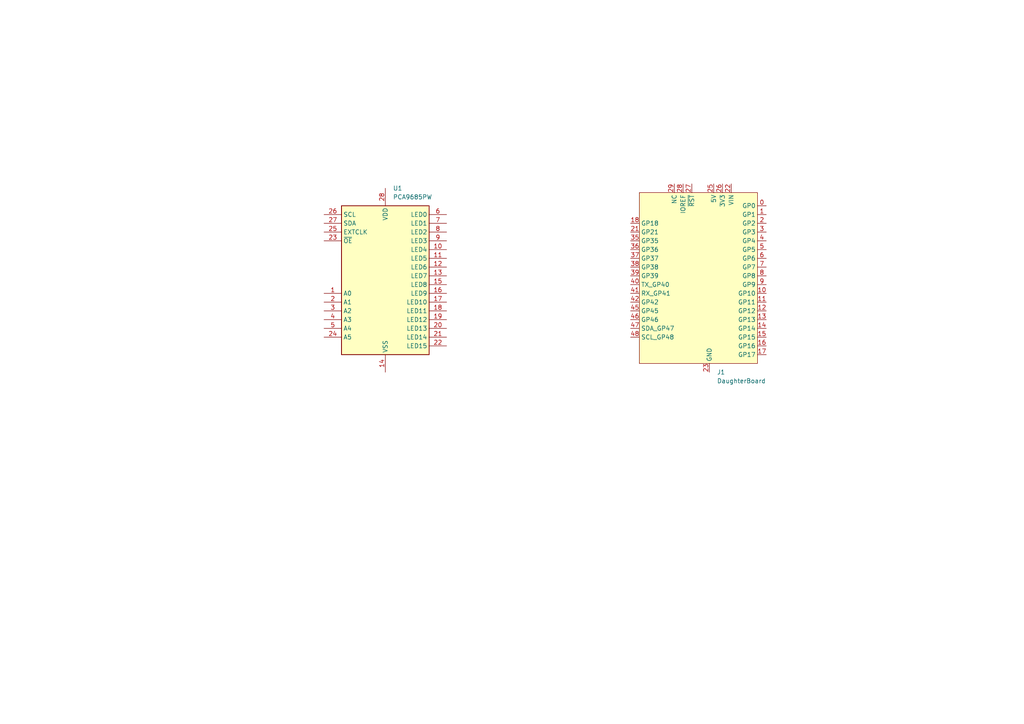
<source format=kicad_sch>
(kicad_sch (version 20231120) (generator "eeschema") (generator_version "8.0")
  (paper "A4")
  (lib_symbols
    (symbol "Driver_LED:PCA9685PW"
      (property "Reference" "U" (at -12.7 22.225 0))
      (property "Value" "PCA9685PW" (at 1.27 22.225 0))
      (symbol "PCA9685PW_0_1"
        (rectangle (start -12.7 20.32) (end 12.7 -22.86) (stroke (width 0.254)) (fill (type background)))
      )
      (symbol "PCA9685PW_1_1"
        (pin input line (at -17.78 -5.08 0) (length 5.08) (name "A0") (number "1"))
        (pin output line (at 17.78 7.62 180) (length 5.08) (name "LED4") (number "10"))
        (pin output line (at 17.78 5.08 180) (length 5.08) (name "LED5") (number "11"))
        (pin output line (at 17.78 2.54 180) (length 5.08) (name "LED6") (number "12"))
        (pin output line (at 17.78 0 180) (length 5.08) (name "LED7") (number "13"))
        (pin power_in line (at 0 -27.94 90) (length 5.08) (name "VSS") (number "14"))
        (pin output line (at 17.78 -2.54 180) (length 5.08) (name "LED8") (number "15"))
        (pin output line (at 17.78 -5.08 180) (length 5.08) (name "LED9") (number "16"))
        (pin output line (at 17.78 -7.62 180) (length 5.08) (name "LED10") (number "17"))
        (pin output line (at 17.78 -10.16 180) (length 5.08) (name "LED11") (number "18"))
        (pin output line (at 17.78 -12.7 180) (length 5.08) (name "LED12") (number "19"))
        (pin input line (at -17.78 -7.62 0) (length 5.08) (name "A1") (number "2"))
        (pin output line (at 17.78 -15.24 180) (length 5.08) (name "LED13") (number "20"))
        (pin output line (at 17.78 -17.78 180) (length 5.08) (name "LED14") (number "21"))
        (pin output line (at 17.78 -20.32 180) (length 5.08) (name "LED15") (number "22"))
        (pin input line (at -17.78 10.16 0) (length 5.08) (name "~{OE}") (number "23"))
        (pin input line (at -17.78 -17.78 0) (length 5.08) (name "A5") (number "24"))
        (pin input line (at -17.78 12.7 0) (length 5.08) (name "EXTCLK") (number "25"))
        (pin input line (at -17.78 17.78 0) (length 5.08) (name "SCL") (number "26"))
        (pin bidirectional line (at -17.78 15.24 0) (length 5.08) (name "SDA") (number "27"))
        (pin power_in line (at 0 25.4 270) (length 5.08) (name "VDD") (number "28"))
        (pin input line (at -17.78 -10.16 0) (length 5.08) (name "A2") (number "3"))
        (pin input line (at -17.78 -12.7 0) (length 5.08) (name "A3") (number "4"))
        (pin input line (at -17.78 -15.24 0) (length 5.08) (name "A4") (number "5"))
        (pin output line (at 17.78 17.78 180) (length 5.08) (name "LED0") (number "6"))
        (pin output line (at 17.78 15.24 180) (length 5.08) (name "LED1") (number "7"))
        (pin output line (at 17.78 12.7 180) (length 5.08) (name "LED2") (number "8"))
        (pin output line (at 17.78 10.16 180) (length 5.08) (name "LED3") (number "9"))
      )
    )
    (symbol "myparts:DaughterBoard"
      (property "Reference" "J" (at -19.304 -42.926 0))
      (property "Value" "DaughterBoard" (at -26.67 12.954 0))
      (symbol "DaughterBoard_1_1"
        (rectangle (start -20.32 8.89) (end 13.97 -40.64) (fill (type background)))
        (pin bidirectional line (at 16.51 5.08 180) (length 2.54) (name "GP0") (number "0"))
        (pin bidirectional line (at 16.51 2.54 180) (length 2.54) (name "GP1") (number "1"))
        (pin bidirectional line (at 16.51 -20.32 180) (length 2.54) (name "GP10") (number "10"))
        (pin bidirectional line (at 16.51 -22.86 180) (length 2.54) (name "GP11") (number "11"))
        (pin bidirectional line (at 16.51 -25.4 180) (length 2.54) (name "GP12") (number "12"))
        (pin bidirectional line (at 16.51 -27.94 180) (length 2.54) (name "GP13") (number "13"))
        (pin bidirectional line (at 16.51 -30.48 180) (length 2.54) (name "GP14") (number "14"))
        (pin bidirectional line (at 16.51 -33.02 180) (length 2.54) (name "GP15") (number "15"))
        (pin bidirectional line (at 16.51 -35.56 180) (length 2.54) (name "GP16") (number "16"))
        (pin bidirectional line (at 16.51 -38.1 180) (length 2.54) (name "GP17") (number "17"))
        (pin bidirectional line (at -22.86 0 0) (length 2.54) (name "GP18") (number "18"))
        (pin bidirectional line (at 16.51 0 180) (length 2.54) (name "GP2") (number "2"))
        (pin bidirectional line (at -22.86 -2.54 0) (length 2.54) (name "GP21") (number "21"))
        (pin power_in line (at 6.35 11.43 270) (length 2.54) (name "VIN") (number "22"))
        (pin power_in line (at 0 -43.18 90) (length 2.54) (name "GND") (number "23"))
        (pin power_in line (at 0 -43.18 90) (length 2.54) hide (name "GND") (number "24"))
        (pin power_in line (at 1.27 11.43 270) (length 2.54) (name "5V") (number "25"))
        (pin power_in line (at 3.81 11.43 270) (length 2.54) (name "3V3") (number "26"))
        (pin input line (at -5.08 11.43 270) (length 2.54) (name "~{RST}") (number "27"))
        (pin bidirectional line (at -7.62 11.43 270) (length 2.54) (name "IOREF") (number "28"))
        (pin bidirectional line (at -10.16 11.43 270) (length 2.54) (name "NC") (number "29"))
        (pin bidirectional line (at 16.51 -2.54 180) (length 2.54) (name "GP3") (number "3"))
        (pin power_in line (at 0 -43.18 90) (length 2.54) hide (name "GND") (number "30"))
        (pin power_in line (at 3.81 11.43 270) (length 2.54) hide (name "3V3") (number "32"))
        (pin bidirectional line (at -22.86 -5.08 0) (length 2.54) (name "GP35") (number "35"))
        (pin bidirectional line (at -22.86 -7.62 0) (length 2.54) (name "GP36") (number "36"))
        (pin bidirectional line (at -22.86 -10.16 0) (length 2.54) (name "GP37") (number "37"))
        (pin bidirectional line (at -22.86 -12.7 0) (length 2.54) (name "GP38") (number "38"))
        (pin bidirectional line (at -22.86 -15.24 0) (length 2.54) (name "GP39") (number "39"))
        (pin bidirectional line (at 16.51 -5.08 180) (length 2.54) (name "GP4") (number "4"))
        (pin bidirectional line (at -22.86 -17.78 0) (length 2.54) (name "TX_GP40") (number "40"))
        (pin bidirectional line (at -22.86 -20.32 0) (length 2.54) (name "RX_GP41") (number "41"))
        (pin bidirectional line (at -22.86 -22.86 0) (length 2.54) (name "GP42") (number "42"))
        (pin bidirectional line (at -22.86 -25.4 0) (length 2.54) (name "GP45") (number "45"))
        (pin bidirectional line (at -22.86 -27.94 0) (length 2.54) (name "GP46") (number "46"))
        (pin bidirectional line (at -22.86 -30.48 0) (length 2.54) (name "SDA_GP47") (number "47"))
        (pin bidirectional line (at -22.86 -33.02 0) (length 2.54) (name "SCL_GP48") (number "48"))
        (pin bidirectional line (at 16.51 -7.62 180) (length 2.54) (name "GP5") (number "5"))
        (pin bidirectional line (at 16.51 -10.16 180) (length 2.54) (name "GP6") (number "6"))
        (pin bidirectional line (at 16.51 -12.7 180) (length 2.54) (name "GP7") (number "7"))
        (pin bidirectional line (at 16.51 -15.24 180) (length 2.54) (name "GP8") (number "8"))
        (pin bidirectional line (at 16.51 -17.78 180) (length 2.54) (name "GP9") (number "9"))
      )
    )
  )
  (symbol (lib_id "Driver_LED:PCA9685PW") (at 111.76 80.01 0) (unit 1)
    (property "Reference" "U1" (at 113.9541 54.61 0) (effects (justify left)))
    (property "Value" "PCA9685PW" (at 113.9541 57.15 0) (effects (justify left)))
    (property "Footprint" "Package_SO:TSSOP-28_4.4x9.7mm_P0.65mm" (effects (hide yes)))
    (property "Datasheet" "http://www.nxp.com/docs/en/data-sheet/PCA9685.pdf" (effects (hide yes)))
    (property "Description" "16-channel 12-bit PWM Fm+ I2C-bus LED controller RGBA TSSOP" (effects (hide yes)))
  )
  (symbol (lib_id "myparts:DaughterBoard") (at 205.74 64.77 0) (unit 1)
    (property "Reference" "J1" (at 207.9341 107.95 0) (effects (justify left)))
    (property "Value" "DaughterBoard" (at 207.9341 110.49 0) (effects (justify left)))
    (property "Footprint" "myparts:DaughterBoardTemplate" (effects (hide yes)))
  )
)
</source>
